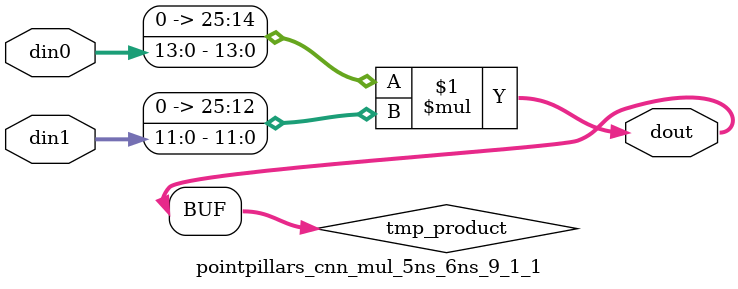
<source format=v>

`timescale 1 ns / 1 ps

 (* DowngradeIPIdentifiedWarnings="yes" *) module pointpillars_cnn_mul_5ns_6ns_9_1_1(din0, din1, dout);
parameter ID = 1;
parameter NUM_STAGE = 0;
parameter din0_WIDTH = 14;
parameter din1_WIDTH = 12;
parameter dout_WIDTH = 26;

input [din0_WIDTH - 1 : 0] din0; 
input [din1_WIDTH - 1 : 0] din1; 
output [dout_WIDTH - 1 : 0] dout;

wire signed [dout_WIDTH - 1 : 0] tmp_product;
























assign tmp_product = $signed({1'b0, din0}) * $signed({1'b0, din1});











assign dout = tmp_product;





















endmodule

</source>
